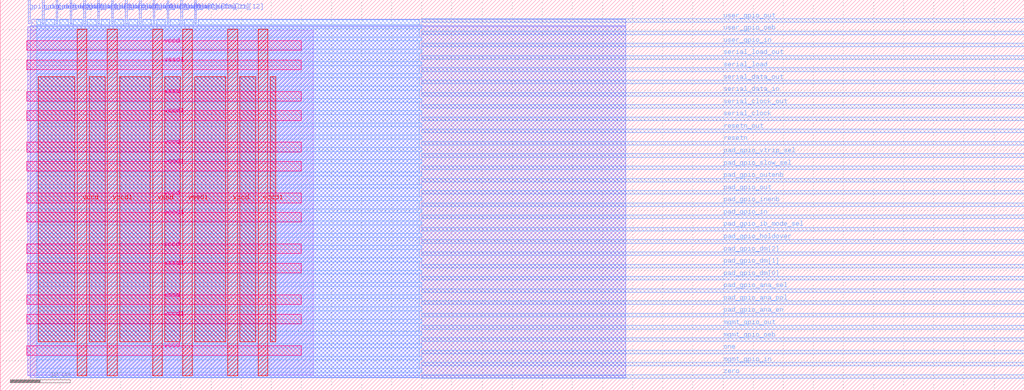
<source format=lef>
VERSION 5.7 ;
  NOWIREEXTENSIONATPIN ON ;
  DIVIDERCHAR "/" ;
  BUSBITCHARS "[]" ;
MACRO gpio_control_block
  CLASS BLOCK ;
  FOREIGN gpio_control_block ;
  ORIGIN 0.000 0.000 ;
  SIZE 170.000 BY 65.000 ;
  PIN gpio_defaults[0]
    DIRECTION INPUT ;
    USE SIGNAL ;
    PORT
      LAYER met2 ;
        RECT 4.690 61.000 4.970 65.000 ;
    END
  END gpio_defaults[0]
  PIN gpio_defaults[10]
    DIRECTION INPUT ;
    USE SIGNAL ;
    PORT
      LAYER met2 ;
        RECT 27.690 61.000 27.970 65.000 ;
    END
  END gpio_defaults[10]
  PIN gpio_defaults[11]
    DIRECTION INPUT ;
    USE SIGNAL ;
    PORT
      LAYER met2 ;
        RECT 29.990 61.000 30.270 65.000 ;
    END
  END gpio_defaults[11]
  PIN gpio_defaults[12]
    DIRECTION INPUT ;
    USE SIGNAL ;
    PORT
      LAYER met2 ;
        RECT 32.290 61.000 32.570 65.000 ;
    END
  END gpio_defaults[12]
  PIN gpio_defaults[1]
    DIRECTION INPUT ;
    USE SIGNAL ;
    PORT
      LAYER met2 ;
        RECT 6.990 61.000 7.270 65.000 ;
    END
  END gpio_defaults[1]
  PIN gpio_defaults[2]
    DIRECTION INPUT ;
    USE SIGNAL ;
    PORT
      LAYER met2 ;
        RECT 9.290 61.000 9.570 65.000 ;
    END
  END gpio_defaults[2]
  PIN gpio_defaults[3]
    DIRECTION INPUT ;
    USE SIGNAL ;
    PORT
      LAYER met2 ;
        RECT 11.590 61.000 11.870 65.000 ;
    END
  END gpio_defaults[3]
  PIN gpio_defaults[4]
    DIRECTION INPUT ;
    USE SIGNAL ;
    PORT
      LAYER met2 ;
        RECT 13.890 61.000 14.170 65.000 ;
    END
  END gpio_defaults[4]
  PIN gpio_defaults[5]
    DIRECTION INPUT ;
    USE SIGNAL ;
    PORT
      LAYER met2 ;
        RECT 16.190 61.000 16.470 65.000 ;
    END
  END gpio_defaults[5]
  PIN gpio_defaults[6]
    DIRECTION INPUT ;
    USE SIGNAL ;
    PORT
      LAYER met2 ;
        RECT 18.490 61.000 18.770 65.000 ;
    END
  END gpio_defaults[6]
  PIN gpio_defaults[7]
    DIRECTION INPUT ;
    USE SIGNAL ;
    PORT
      LAYER met2 ;
        RECT 20.790 61.000 21.070 65.000 ;
    END
  END gpio_defaults[7]
  PIN gpio_defaults[8]
    DIRECTION INPUT ;
    USE SIGNAL ;
    PORT
      LAYER met2 ;
        RECT 23.090 61.000 23.370 65.000 ;
    END
  END gpio_defaults[8]
  PIN gpio_defaults[9]
    DIRECTION INPUT ;
    USE SIGNAL ;
    PORT
      LAYER met2 ;
        RECT 25.390 61.000 25.670 65.000 ;
    END
  END gpio_defaults[9]
  PIN mgmt_gpio_in
    DIRECTION OUTPUT TRISTATE ;
    USE SIGNAL ;
    PORT
      LAYER met3 ;
        RECT 70.000 4.120 170.000 4.720 ;
    END
  END mgmt_gpio_in
  PIN mgmt_gpio_oeb
    DIRECTION INPUT ;
    USE SIGNAL ;
    PORT
      LAYER met3 ;
        RECT 70.000 8.200 170.000 8.800 ;
    END
  END mgmt_gpio_oeb
  PIN mgmt_gpio_out
    DIRECTION INPUT ;
    USE SIGNAL ;
    PORT
      LAYER met3 ;
        RECT 70.000 10.240 170.000 10.840 ;
    END
  END mgmt_gpio_out
  PIN one
    DIRECTION OUTPUT TRISTATE ;
    USE SIGNAL ;
    PORT
      LAYER met3 ;
        RECT 70.000 6.160 170.000 6.760 ;
    END
  END one
  PIN pad_gpio_ana_en
    DIRECTION OUTPUT TRISTATE ;
    USE SIGNAL ;
    PORT
      LAYER met3 ;
        RECT 70.000 12.280 170.000 12.880 ;
    END
  END pad_gpio_ana_en
  PIN pad_gpio_ana_pol
    DIRECTION OUTPUT TRISTATE ;
    USE SIGNAL ;
    PORT
      LAYER met3 ;
        RECT 70.000 14.320 170.000 14.920 ;
    END
  END pad_gpio_ana_pol
  PIN pad_gpio_ana_sel
    DIRECTION OUTPUT TRISTATE ;
    USE SIGNAL ;
    PORT
      LAYER met3 ;
        RECT 70.000 16.360 170.000 16.960 ;
    END
  END pad_gpio_ana_sel
  PIN pad_gpio_dm[0]
    DIRECTION OUTPUT TRISTATE ;
    USE SIGNAL ;
    PORT
      LAYER met3 ;
        RECT 70.000 18.400 170.000 19.000 ;
    END
  END pad_gpio_dm[0]
  PIN pad_gpio_dm[1]
    DIRECTION OUTPUT TRISTATE ;
    USE SIGNAL ;
    PORT
      LAYER met3 ;
        RECT 70.000 20.440 170.000 21.040 ;
    END
  END pad_gpio_dm[1]
  PIN pad_gpio_dm[2]
    DIRECTION OUTPUT TRISTATE ;
    USE SIGNAL ;
    PORT
      LAYER met3 ;
        RECT 70.000 22.480 170.000 23.080 ;
    END
  END pad_gpio_dm[2]
  PIN pad_gpio_holdover
    DIRECTION OUTPUT TRISTATE ;
    USE SIGNAL ;
    PORT
      LAYER met3 ;
        RECT 70.000 24.520 170.000 25.120 ;
    END
  END pad_gpio_holdover
  PIN pad_gpio_ib_mode_sel
    DIRECTION OUTPUT TRISTATE ;
    USE SIGNAL ;
    PORT
      LAYER met3 ;
        RECT 70.000 26.560 170.000 27.160 ;
    END
  END pad_gpio_ib_mode_sel
  PIN pad_gpio_in
    DIRECTION INPUT ;
    USE SIGNAL ;
    PORT
      LAYER met3 ;
        RECT 70.000 28.600 170.000 29.200 ;
    END
  END pad_gpio_in
  PIN pad_gpio_inenb
    DIRECTION OUTPUT TRISTATE ;
    USE SIGNAL ;
    PORT
      LAYER met3 ;
        RECT 70.000 30.640 170.000 31.240 ;
    END
  END pad_gpio_inenb
  PIN pad_gpio_out
    DIRECTION OUTPUT TRISTATE ;
    USE SIGNAL ;
    PORT
      LAYER met3 ;
        RECT 70.000 32.680 170.000 33.280 ;
    END
  END pad_gpio_out
  PIN pad_gpio_outenb
    DIRECTION OUTPUT TRISTATE ;
    USE SIGNAL ;
    PORT
      LAYER met3 ;
        RECT 70.000 34.720 170.000 35.320 ;
    END
  END pad_gpio_outenb
  PIN pad_gpio_slow_sel
    DIRECTION OUTPUT TRISTATE ;
    USE SIGNAL ;
    PORT
      LAYER met3 ;
        RECT 70.000 36.760 170.000 37.360 ;
    END
  END pad_gpio_slow_sel
  PIN pad_gpio_vtrip_sel
    DIRECTION OUTPUT TRISTATE ;
    USE SIGNAL ;
    PORT
      LAYER met3 ;
        RECT 70.000 38.800 170.000 39.400 ;
    END
  END pad_gpio_vtrip_sel
  PIN resetn
    DIRECTION INPUT ;
    USE SIGNAL ;
    PORT
      LAYER met3 ;
        RECT 70.000 40.840 170.000 41.440 ;
    END
  END resetn
  PIN resetn_out
    DIRECTION OUTPUT TRISTATE ;
    USE SIGNAL ;
    PORT
      LAYER met3 ;
        RECT 70.000 42.880 170.000 43.480 ;
    END
  END resetn_out
  PIN serial_clock
    DIRECTION INPUT ;
    USE SIGNAL ;
    PORT
      LAYER met3 ;
        RECT 70.000 44.920 170.000 45.520 ;
    END
  END serial_clock
  PIN serial_clock_out
    DIRECTION OUTPUT TRISTATE ;
    USE SIGNAL ;
    PORT
      LAYER met3 ;
        RECT 70.000 46.960 170.000 47.560 ;
    END
  END serial_clock_out
  PIN serial_data_in
    DIRECTION INPUT ;
    USE SIGNAL ;
    PORT
      LAYER met3 ;
        RECT 70.000 49.000 170.000 49.600 ;
    END
  END serial_data_in
  PIN serial_data_out
    DIRECTION OUTPUT TRISTATE ;
    USE SIGNAL ;
    PORT
      LAYER met3 ;
        RECT 70.000 51.040 170.000 51.640 ;
    END
  END serial_data_out
  PIN serial_load
    DIRECTION INPUT ;
    USE SIGNAL ;
    PORT
      LAYER met3 ;
        RECT 70.000 53.080 170.000 53.680 ;
    END
  END serial_load
  PIN serial_load_out
    DIRECTION OUTPUT TRISTATE ;
    USE SIGNAL ;
    PORT
      LAYER met3 ;
        RECT 70.000 55.120 170.000 55.720 ;
    END
  END serial_load_out
  PIN user_gpio_in
    DIRECTION OUTPUT TRISTATE ;
    USE SIGNAL ;
    PORT
      LAYER met3 ;
        RECT 70.000 57.160 170.000 57.760 ;
    END
  END user_gpio_in
  PIN user_gpio_oeb
    DIRECTION INPUT ;
    USE SIGNAL ;
    PORT
      LAYER met3 ;
        RECT 70.000 59.200 170.000 59.800 ;
    END
  END user_gpio_oeb
  PIN user_gpio_out
    DIRECTION INPUT ;
    USE SIGNAL ;
    PORT
      LAYER met3 ;
        RECT 70.000 61.240 170.000 61.840 ;
    END
  END user_gpio_out
  PIN vccd
    DIRECTION INOUT ;
    USE POWER ;
    PORT
      LAYER met4 ;
        RECT 12.800 2.480 14.400 60.080 ;
    END
    PORT
      LAYER met4 ;
        RECT 37.800 2.480 39.400 60.080 ;
    END
    PORT
      LAYER met5 ;
        RECT 4.360 5.900 50.000 7.500 ;
    END
    PORT
      LAYER met5 ;
        RECT 4.360 22.800 50.000 24.400 ;
    END
    PORT
      LAYER met5 ;
        RECT 4.360 39.700 50.000 41.300 ;
    END
    PORT
      LAYER met5 ;
        RECT 4.360 56.600 50.000 58.200 ;
    END
  END vccd
  PIN vccd1
    DIRECTION INOUT ;
    USE POWER ;
    PORT
      LAYER met4 ;
        RECT 17.800 2.480 19.400 60.080 ;
    END
    PORT
      LAYER met4 ;
        RECT 42.800 2.480 44.400 60.080 ;
    END
    PORT
      LAYER met5 ;
        RECT 4.360 11.140 50.000 12.740 ;
    END
    PORT
      LAYER met5 ;
        RECT 4.360 28.040 50.000 29.640 ;
    END
    PORT
      LAYER met5 ;
        RECT 4.360 44.940 50.000 46.540 ;
    END
  END vccd1
  PIN vssd
    DIRECTION INOUT ;
    USE GROUND ;
    PORT
      LAYER met4 ;
        RECT 25.300 2.480 26.900 60.080 ;
    END
    PORT
      LAYER met5 ;
        RECT 4.360 14.350 50.000 15.950 ;
    END
    PORT
      LAYER met5 ;
        RECT 4.360 31.250 50.000 32.850 ;
    END
    PORT
      LAYER met5 ;
        RECT 4.360 48.150 50.000 49.750 ;
    END
  END vssd
  PIN vssd1
    DIRECTION INOUT ;
    USE GROUND ;
    PORT
      LAYER met4 ;
        RECT 30.300 2.480 31.900 60.080 ;
    END
    PORT
      LAYER met5 ;
        RECT 4.360 19.590 50.000 21.190 ;
    END
    PORT
      LAYER met5 ;
        RECT 4.360 36.490 50.000 38.090 ;
    END
    PORT
      LAYER met5 ;
        RECT 4.360 53.390 50.000 54.990 ;
    END
  END vssd1
  PIN zero
    DIRECTION OUTPUT TRISTATE ;
    USE SIGNAL ;
    PORT
      LAYER met3 ;
        RECT 70.000 2.080 170.000 2.680 ;
    END
  END zero
  OBS
      LAYER li1 ;
        RECT 4.600 2.635 51.980 59.925 ;
      LAYER met1 ;
        RECT 4.600 2.480 103.890 60.480 ;
      LAYER met2 ;
        RECT 5.250 60.720 6.710 61.725 ;
        RECT 7.550 60.720 9.010 61.725 ;
        RECT 9.850 60.720 11.310 61.725 ;
        RECT 12.150 60.720 13.610 61.725 ;
        RECT 14.450 60.720 15.910 61.725 ;
        RECT 16.750 60.720 18.210 61.725 ;
        RECT 19.050 60.720 20.510 61.725 ;
        RECT 21.350 60.720 22.810 61.725 ;
        RECT 23.650 60.720 25.110 61.725 ;
        RECT 25.950 60.720 27.410 61.725 ;
        RECT 28.250 60.720 29.710 61.725 ;
        RECT 30.550 60.720 32.010 61.725 ;
        RECT 32.850 60.720 103.870 61.725 ;
        RECT 4.970 2.195 103.870 60.720 ;
      LAYER met3 ;
        RECT 6.045 60.840 69.600 61.705 ;
        RECT 6.045 60.200 70.000 60.840 ;
        RECT 6.045 58.800 69.600 60.200 ;
        RECT 6.045 58.160 70.000 58.800 ;
        RECT 6.045 56.760 69.600 58.160 ;
        RECT 6.045 56.120 70.000 56.760 ;
        RECT 6.045 54.720 69.600 56.120 ;
        RECT 6.045 54.080 70.000 54.720 ;
        RECT 6.045 52.680 69.600 54.080 ;
        RECT 6.045 52.040 70.000 52.680 ;
        RECT 6.045 50.640 69.600 52.040 ;
        RECT 6.045 50.000 70.000 50.640 ;
        RECT 6.045 48.600 69.600 50.000 ;
        RECT 6.045 47.960 70.000 48.600 ;
        RECT 6.045 46.560 69.600 47.960 ;
        RECT 6.045 45.920 70.000 46.560 ;
        RECT 6.045 44.520 69.600 45.920 ;
        RECT 6.045 43.880 70.000 44.520 ;
        RECT 6.045 42.480 69.600 43.880 ;
        RECT 6.045 41.840 70.000 42.480 ;
        RECT 6.045 40.440 69.600 41.840 ;
        RECT 6.045 39.800 70.000 40.440 ;
        RECT 6.045 38.400 69.600 39.800 ;
        RECT 6.045 37.760 70.000 38.400 ;
        RECT 6.045 36.360 69.600 37.760 ;
        RECT 6.045 35.720 70.000 36.360 ;
        RECT 6.045 34.320 69.600 35.720 ;
        RECT 6.045 33.680 70.000 34.320 ;
        RECT 6.045 32.280 69.600 33.680 ;
        RECT 6.045 31.640 70.000 32.280 ;
        RECT 6.045 30.240 69.600 31.640 ;
        RECT 6.045 29.600 70.000 30.240 ;
        RECT 6.045 28.200 69.600 29.600 ;
        RECT 6.045 27.560 70.000 28.200 ;
        RECT 6.045 26.160 69.600 27.560 ;
        RECT 6.045 25.520 70.000 26.160 ;
        RECT 6.045 24.120 69.600 25.520 ;
        RECT 6.045 23.480 70.000 24.120 ;
        RECT 6.045 22.080 69.600 23.480 ;
        RECT 6.045 21.440 70.000 22.080 ;
        RECT 6.045 20.040 69.600 21.440 ;
        RECT 6.045 19.400 70.000 20.040 ;
        RECT 6.045 18.000 69.600 19.400 ;
        RECT 6.045 17.360 70.000 18.000 ;
        RECT 6.045 15.960 69.600 17.360 ;
        RECT 6.045 15.320 70.000 15.960 ;
        RECT 6.045 13.920 69.600 15.320 ;
        RECT 6.045 13.280 70.000 13.920 ;
        RECT 6.045 11.880 69.600 13.280 ;
        RECT 6.045 11.240 70.000 11.880 ;
        RECT 6.045 9.840 69.600 11.240 ;
        RECT 6.045 9.200 70.000 9.840 ;
        RECT 6.045 7.800 69.600 9.200 ;
        RECT 6.045 7.160 70.000 7.800 ;
        RECT 6.045 5.760 69.600 7.160 ;
        RECT 6.045 5.120 70.000 5.760 ;
        RECT 6.045 3.720 69.600 5.120 ;
        RECT 6.045 3.080 70.000 3.720 ;
        RECT 6.045 2.215 69.600 3.080 ;
      LAYER met4 ;
        RECT 6.280 8.160 12.400 52.185 ;
        RECT 14.800 8.160 17.400 52.185 ;
        RECT 19.800 8.160 24.900 52.185 ;
        RECT 27.300 8.160 29.900 52.185 ;
        RECT 32.300 8.160 37.400 52.185 ;
        RECT 39.800 8.160 42.400 52.185 ;
        RECT 44.800 8.160 45.705 52.185 ;
  END
END gpio_control_block
END LIBRARY


</source>
